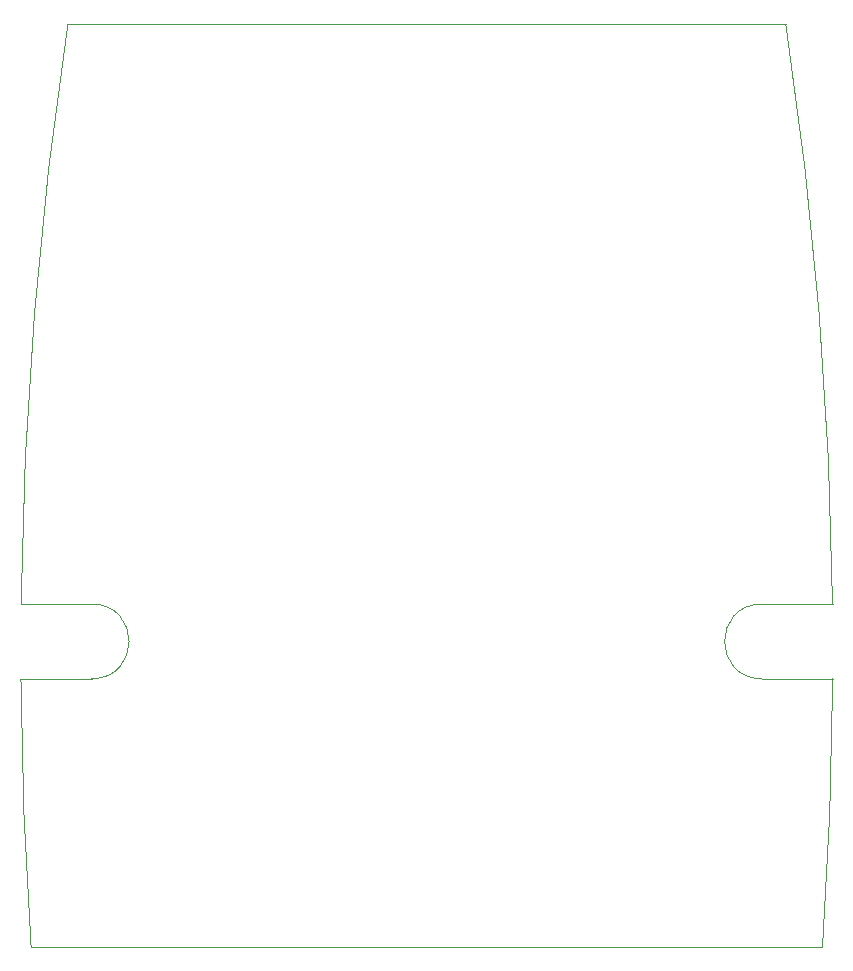
<source format=gbr>
G04 #@! TF.FileFunction,Profile,NP*
%FSLAX46Y46*%
G04 Gerber Fmt 4.6, Leading zero omitted, Abs format (unit mm)*
G04 Created by KiCad (PCBNEW 4.0.7-e2-6376~58~ubuntu16.04.1) date Mon Jan 29 21:47:02 2018*
%MOMM*%
%LPD*%
G01*
G04 APERTURE LIST*
%ADD10C,0.100000*%
G04 APERTURE END LIST*
D10*
X119038933Y-97119337D02*
G75*
G02X123000000Y-48000000I357321529J-4095632D01*
G01*
X183777337Y-48000000D02*
X123000000Y-48000000D01*
X183777337Y-48000000D02*
G75*
G02X187738404Y-97119337I-353360462J-53214969D01*
G01*
X181762789Y-97119337D02*
X187738404Y-97119337D01*
X181762789Y-103444787D02*
G75*
G02X181762789Y-97119337I0J3162725D01*
G01*
X187754918Y-103444786D02*
X181762789Y-103444786D01*
X187754919Y-103444787D02*
G75*
G02X186888669Y-126181137I-357338044J2229818D01*
G01*
X119888669Y-126181137D02*
X186888669Y-126181137D01*
X119888669Y-126181136D02*
G75*
G02X119022419Y-103444786I356471793J24966167D01*
G01*
X125014548Y-103444786D02*
X119022419Y-103444786D01*
X125014548Y-97119338D02*
G75*
G02X125014548Y-103444786I0J-3162724D01*
G01*
X119038933Y-97119337D02*
X125014548Y-97119337D01*
M02*

</source>
